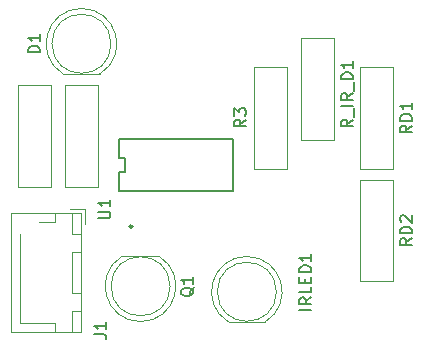
<source format=gbr>
%TF.GenerationSoftware,KiCad,Pcbnew,(6.0.8)*%
%TF.CreationDate,2022-11-16T15:32:54+01:00*%
%TF.ProjectId,l_g_d,6c5f675f-642e-46b6-9963-61645f706362,rev?*%
%TF.SameCoordinates,Original*%
%TF.FileFunction,Legend,Top*%
%TF.FilePolarity,Positive*%
%FSLAX46Y46*%
G04 Gerber Fmt 4.6, Leading zero omitted, Abs format (unit mm)*
G04 Created by KiCad (PCBNEW (6.0.8)) date 2022-11-16 15:32:54*
%MOMM*%
%LPD*%
G01*
G04 APERTURE LIST*
%ADD10C,0.150000*%
%ADD11C,0.120000*%
%ADD12C,0.250000*%
G04 APERTURE END LIST*
D10*
%TO.C,J1*%
X137096947Y-90333333D02*
X137811233Y-90333333D01*
X137954090Y-90380952D01*
X138049328Y-90476190D01*
X138096947Y-90619047D01*
X138096947Y-90714285D01*
X138096947Y-89333333D02*
X138096947Y-89904761D01*
X138096947Y-89619047D02*
X137096947Y-89619047D01*
X137239805Y-89714285D01*
X137335043Y-89809523D01*
X137382662Y-89904761D01*
%TO.C,Q1*%
X145507619Y-86365238D02*
X145460000Y-86460476D01*
X145364761Y-86555714D01*
X145221904Y-86698571D01*
X145174285Y-86793809D01*
X145174285Y-86889047D01*
X145412380Y-86841428D02*
X145364761Y-86936666D01*
X145269523Y-87031904D01*
X145079047Y-87079523D01*
X144745714Y-87079523D01*
X144555238Y-87031904D01*
X144460000Y-86936666D01*
X144412380Y-86841428D01*
X144412380Y-86650952D01*
X144460000Y-86555714D01*
X144555238Y-86460476D01*
X144745714Y-86412857D01*
X145079047Y-86412857D01*
X145269523Y-86460476D01*
X145364761Y-86555714D01*
X145412380Y-86650952D01*
X145412380Y-86841428D01*
X145412380Y-85460476D02*
X145412380Y-86031904D01*
X145412380Y-85746190D02*
X144412380Y-85746190D01*
X144555238Y-85841428D01*
X144650476Y-85936666D01*
X144698095Y-86031904D01*
%TO.C,RD2*%
X163972380Y-82206666D02*
X163496190Y-82540000D01*
X163972380Y-82778095D02*
X162972380Y-82778095D01*
X162972380Y-82397142D01*
X163020000Y-82301904D01*
X163067619Y-82254285D01*
X163162857Y-82206666D01*
X163305714Y-82206666D01*
X163400952Y-82254285D01*
X163448571Y-82301904D01*
X163496190Y-82397142D01*
X163496190Y-82778095D01*
X163972380Y-81778095D02*
X162972380Y-81778095D01*
X162972380Y-81540000D01*
X163020000Y-81397142D01*
X163115238Y-81301904D01*
X163210476Y-81254285D01*
X163400952Y-81206666D01*
X163543809Y-81206666D01*
X163734285Y-81254285D01*
X163829523Y-81301904D01*
X163924761Y-81397142D01*
X163972380Y-81540000D01*
X163972380Y-81778095D01*
X163067619Y-80825714D02*
X163020000Y-80778095D01*
X162972380Y-80682857D01*
X162972380Y-80444761D01*
X163020000Y-80349523D01*
X163067619Y-80301904D01*
X163162857Y-80254285D01*
X163258095Y-80254285D01*
X163400952Y-80301904D01*
X163972380Y-80873333D01*
X163972380Y-80254285D01*
%TO.C,RD1*%
X163972380Y-72671666D02*
X163496190Y-73005000D01*
X163972380Y-73243095D02*
X162972380Y-73243095D01*
X162972380Y-72862142D01*
X163020000Y-72766904D01*
X163067619Y-72719285D01*
X163162857Y-72671666D01*
X163305714Y-72671666D01*
X163400952Y-72719285D01*
X163448571Y-72766904D01*
X163496190Y-72862142D01*
X163496190Y-73243095D01*
X163972380Y-72243095D02*
X162972380Y-72243095D01*
X162972380Y-72005000D01*
X163020000Y-71862142D01*
X163115238Y-71766904D01*
X163210476Y-71719285D01*
X163400952Y-71671666D01*
X163543809Y-71671666D01*
X163734285Y-71719285D01*
X163829523Y-71766904D01*
X163924761Y-71862142D01*
X163972380Y-72005000D01*
X163972380Y-72243095D01*
X163972380Y-70719285D02*
X163972380Y-71290714D01*
X163972380Y-71005000D02*
X162972380Y-71005000D01*
X163115238Y-71100238D01*
X163210476Y-71195476D01*
X163258095Y-71290714D01*
%TO.C,D1*%
X132492380Y-66468095D02*
X131492380Y-66468095D01*
X131492380Y-66230000D01*
X131540000Y-66087142D01*
X131635238Y-65991904D01*
X131730476Y-65944285D01*
X131920952Y-65896666D01*
X132063809Y-65896666D01*
X132254285Y-65944285D01*
X132349523Y-65991904D01*
X132444761Y-66087142D01*
X132492380Y-66230000D01*
X132492380Y-66468095D01*
X132492380Y-64944285D02*
X132492380Y-65515714D01*
X132492380Y-65230000D02*
X131492380Y-65230000D01*
X131635238Y-65325238D01*
X131730476Y-65420476D01*
X131778095Y-65515714D01*
%TO.C,U1*%
X137432380Y-80509404D02*
X138241904Y-80509404D01*
X138337142Y-80461785D01*
X138384761Y-80414166D01*
X138432380Y-80318928D01*
X138432380Y-80128452D01*
X138384761Y-80033214D01*
X138337142Y-79985595D01*
X138241904Y-79937976D01*
X137432380Y-79937976D01*
X138432380Y-78937976D02*
X138432380Y-79509404D01*
X138432380Y-79223690D02*
X137432380Y-79223690D01*
X137575238Y-79318928D01*
X137670476Y-79414166D01*
X137718095Y-79509404D01*
%TO.C,R3*%
X149932380Y-72161666D02*
X149456190Y-72495000D01*
X149932380Y-72733095D02*
X148932380Y-72733095D01*
X148932380Y-72352142D01*
X148980000Y-72256904D01*
X149027619Y-72209285D01*
X149122857Y-72161666D01*
X149265714Y-72161666D01*
X149360952Y-72209285D01*
X149408571Y-72256904D01*
X149456190Y-72352142D01*
X149456190Y-72733095D01*
X148932380Y-71828333D02*
X148932380Y-71209285D01*
X149313333Y-71542619D01*
X149313333Y-71399761D01*
X149360952Y-71304523D01*
X149408571Y-71256904D01*
X149503809Y-71209285D01*
X149741904Y-71209285D01*
X149837142Y-71256904D01*
X149884761Y-71304523D01*
X149932380Y-71399761D01*
X149932380Y-71685476D01*
X149884761Y-71780714D01*
X149837142Y-71828333D01*
%TO.C,IRLED1*%
X155452380Y-88261331D02*
X154452380Y-88261331D01*
X155452380Y-87213712D02*
X154976190Y-87547045D01*
X155452380Y-87785140D02*
X154452380Y-87785140D01*
X154452380Y-87404188D01*
X154500000Y-87308950D01*
X154547619Y-87261331D01*
X154642857Y-87213712D01*
X154785714Y-87213712D01*
X154880952Y-87261331D01*
X154928571Y-87308950D01*
X154976190Y-87404188D01*
X154976190Y-87785140D01*
X155452380Y-86308950D02*
X155452380Y-86785140D01*
X154452380Y-86785140D01*
X154928571Y-85975617D02*
X154928571Y-85642283D01*
X155452380Y-85499426D02*
X155452380Y-85975617D01*
X154452380Y-85975617D01*
X154452380Y-85499426D01*
X155452380Y-85070855D02*
X154452380Y-85070855D01*
X154452380Y-84832759D01*
X154500000Y-84689902D01*
X154595238Y-84594664D01*
X154690476Y-84547045D01*
X154880952Y-84499426D01*
X155023809Y-84499426D01*
X155214285Y-84547045D01*
X155309523Y-84594664D01*
X155404761Y-84689902D01*
X155452380Y-84832759D01*
X155452380Y-85070855D01*
X155452380Y-83547045D02*
X155452380Y-84118474D01*
X155452380Y-83832759D02*
X154452380Y-83832759D01*
X154595238Y-83927998D01*
X154690476Y-84023236D01*
X154738095Y-84118474D01*
%TO.C,R_IR_D1*%
X158972380Y-72166666D02*
X158496190Y-72500000D01*
X158972380Y-72738095D02*
X157972380Y-72738095D01*
X157972380Y-72357142D01*
X158020000Y-72261904D01*
X158067619Y-72214285D01*
X158162857Y-72166666D01*
X158305714Y-72166666D01*
X158400952Y-72214285D01*
X158448571Y-72261904D01*
X158496190Y-72357142D01*
X158496190Y-72738095D01*
X159067619Y-71976190D02*
X159067619Y-71214285D01*
X158972380Y-70976190D02*
X157972380Y-70976190D01*
X158972380Y-69928571D02*
X158496190Y-70261904D01*
X158972380Y-70500000D02*
X157972380Y-70500000D01*
X157972380Y-70119047D01*
X158020000Y-70023809D01*
X158067619Y-69976190D01*
X158162857Y-69928571D01*
X158305714Y-69928571D01*
X158400952Y-69976190D01*
X158448571Y-70023809D01*
X158496190Y-70119047D01*
X158496190Y-70500000D01*
X159067619Y-69738095D02*
X159067619Y-68976190D01*
X158972380Y-68738095D02*
X157972380Y-68738095D01*
X157972380Y-68500000D01*
X158020000Y-68357142D01*
X158115238Y-68261904D01*
X158210476Y-68214285D01*
X158400952Y-68166666D01*
X158543809Y-68166666D01*
X158734285Y-68214285D01*
X158829523Y-68261904D01*
X158924761Y-68357142D01*
X158972380Y-68500000D01*
X158972380Y-68738095D01*
X158972380Y-67214285D02*
X158972380Y-67785714D01*
X158972380Y-67500000D02*
X157972380Y-67500000D01*
X158115238Y-67595238D01*
X158210476Y-67690476D01*
X158258095Y-67785714D01*
D11*
%TO.C,J1*%
X133725000Y-89400000D02*
X130775000Y-89400000D01*
X135985000Y-90160000D02*
X135985000Y-80040000D01*
X135975000Y-80050000D02*
X135225000Y-80050000D01*
X135975000Y-90150000D02*
X135975000Y-88350000D01*
X133725000Y-90150000D02*
X133725000Y-89400000D01*
X130775000Y-89400000D02*
X130775000Y-85100000D01*
X136275000Y-79750000D02*
X135025000Y-79750000D01*
X130775000Y-85100000D02*
X130775000Y-81860000D01*
X133725000Y-80800000D02*
X132385000Y-80800000D01*
X135225000Y-86850000D02*
X135975000Y-86850000D01*
X130015000Y-80040000D02*
X130015000Y-90160000D01*
X130015000Y-90160000D02*
X135985000Y-90160000D01*
X135225000Y-88350000D02*
X135225000Y-90150000D01*
X135985000Y-80040000D02*
X130015000Y-80040000D01*
X135225000Y-80050000D02*
X135225000Y-81850000D01*
X133725000Y-80050000D02*
X133725000Y-80800000D01*
X135225000Y-90150000D02*
X135975000Y-90150000D01*
X136275000Y-81000000D02*
X136275000Y-79750000D01*
X135975000Y-86850000D02*
X135975000Y-83350000D01*
X135225000Y-83350000D02*
X135225000Y-86850000D01*
X135225000Y-81850000D02*
X135975000Y-81850000D01*
X135975000Y-81850000D02*
X135975000Y-80050000D01*
X135975000Y-83350000D02*
X135225000Y-83350000D01*
X135975000Y-88350000D02*
X135225000Y-88350000D01*
%TO.C,Q1*%
X142545000Y-83710000D02*
X139455000Y-83710000D01*
X140999538Y-89260000D02*
G75*
G03*
X142544830Y-83710000I462J2990000D01*
G01*
X139455170Y-83710000D02*
G75*
G03*
X141000462Y-89260000I1544830J-2560000D01*
G01*
X143500000Y-86270000D02*
G75*
G03*
X143500000Y-86270000I-2500000J0D01*
G01*
%TO.C,RD2*%
X162390000Y-77230000D02*
X162390000Y-85850000D01*
X159610000Y-77230000D02*
X159610000Y-85850000D01*
X162390000Y-77230000D02*
X159610000Y-77230000D01*
X162390000Y-85850000D02*
X159610000Y-85850000D01*
%TO.C,RD1*%
X162390000Y-67695000D02*
X159610000Y-67695000D01*
X162390000Y-76315000D02*
X159610000Y-76315000D01*
X162390000Y-67695000D02*
X162390000Y-76315000D01*
X159610000Y-67695000D02*
X159610000Y-76315000D01*
%TO.C,D1*%
X134455000Y-68290000D02*
X137545000Y-68290000D01*
X137544830Y-68290000D02*
G75*
G03*
X135999538Y-62740000I-1544830J2560000D01*
G01*
X136000462Y-62740000D02*
G75*
G03*
X134455170Y-68290000I-462J-2990000D01*
G01*
X138500000Y-65730000D02*
G75*
G03*
X138500000Y-65730000I-2500000J0D01*
G01*
D10*
%TO.C,U1*%
X148795000Y-78175000D02*
X148795000Y-73825000D01*
X139705000Y-76621428D02*
X139205000Y-76621428D01*
X139205000Y-73825000D02*
X139205000Y-75378572D01*
X148795000Y-73825000D02*
X139205000Y-73825000D01*
X139205000Y-76621428D02*
X139205000Y-78175000D01*
X139205000Y-78175000D02*
X148795000Y-78175000D01*
X139705000Y-75378572D02*
X139705000Y-76621428D01*
X139205000Y-75378572D02*
X139705000Y-75378572D01*
D12*
X140315000Y-81195000D02*
G75*
G03*
X140315000Y-81195000I-125000J0D01*
G01*
D11*
%TO.C,R3*%
X150610000Y-76305000D02*
X153390000Y-76305000D01*
X153390000Y-76305000D02*
X153390000Y-67685000D01*
X150610000Y-76305000D02*
X150610000Y-67685000D01*
X150610000Y-67685000D02*
X153390000Y-67685000D01*
%TO.C,IRLED1*%
X148455000Y-89290000D02*
X151545000Y-89290000D01*
X151544830Y-89290000D02*
G75*
G03*
X149999538Y-83740000I-1544830J2560000D01*
G01*
X150000462Y-83740000D02*
G75*
G03*
X148455170Y-89290000I-462J-2990000D01*
G01*
X152500000Y-86730000D02*
G75*
G03*
X152500000Y-86730000I-2500000J0D01*
G01*
%TO.C,R_IR_D1*%
X154610000Y-65230000D02*
X154610000Y-73850000D01*
X157390000Y-73850000D02*
X154610000Y-73850000D01*
X157390000Y-65230000D02*
X154610000Y-65230000D01*
X157390000Y-65230000D02*
X157390000Y-73850000D01*
%TO.C,R4*%
X130610000Y-69230000D02*
X130610000Y-77850000D01*
X133390000Y-69230000D02*
X130610000Y-69230000D01*
X133390000Y-69230000D02*
X133390000Y-77850000D01*
X133390000Y-77850000D02*
X130610000Y-77850000D01*
%TO.C,R_D1*%
X137390000Y-69230000D02*
X134610000Y-69230000D01*
X134610000Y-69230000D02*
X134610000Y-77850000D01*
X137390000Y-69230000D02*
X137390000Y-77850000D01*
X137390000Y-77850000D02*
X134610000Y-77850000D01*
%TD*%
M02*

</source>
